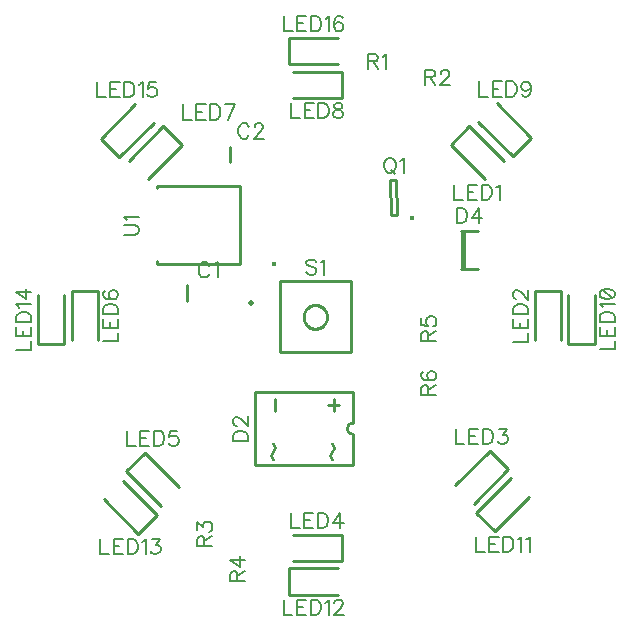
<source format=gbr>
G04 DipTrace 3.3.0.1*
G04 TopSilk.gbr*
%MOMM*%
G04 #@! TF.FileFunction,Legend,Top*
G04 #@! TF.Part,Single*
%ADD10C,0.25*%
%ADD19O,0.39123X0.39172*%
%ADD21C,0.39165*%
%ADD23O,0.5004X0.49978*%
%ADD44C,0.19608*%
%FSLAX35Y35*%
G04*
G71*
G90*
G75*
G01*
G04 TopSilk*
%LPD*%
X153617Y-692243D2*
D10*
X153534Y-792112D1*
X203647Y-742124D2*
X103587Y-742017D1*
X-346351Y-691814D2*
X-346434Y-791791D1*
X-355341Y-1074273D2*
G02X-355424Y-1140425I-19456J-33051D01*
G01*
X319274Y-1252283D2*
X-512757Y-1251748D1*
X-512340Y-631657D1*
X319690Y-632192D1*
X319440Y-892196D1*
X-355424Y-1140425D2*
G03X-355424Y-1206362I24731J-32969D01*
G01*
X144626Y-1074594D2*
G02X144626Y-1140746I-19330J-33076D01*
G01*
G03X144543Y-1206790I24693J-33053D01*
G01*
X319440Y-992172D2*
X319274Y-1252283D1*
X319440Y-892196D2*
G03X319440Y-992172I-951J-49988D01*
G01*
X-2347625Y-222253D2*
X-2125375D1*
Y190509D1*
X-2347625Y-222253D2*
Y190509D1*
X-1817787Y1514370D2*
X-1660630Y1357213D1*
X-1368767Y1649076D1*
X-1817787Y1514370D2*
X-1525924Y1806233D1*
X-222253Y2363502D2*
Y2141252D1*
X190509D1*
X-222253Y2363502D2*
X190509D1*
X1671523Y1362193D2*
X1828680Y1519350D1*
X1536817Y1811213D1*
X1671523Y1362193D2*
X1379660Y1654056D1*
X2141242Y-222258D2*
X2363489D1*
X2363512Y190514D1*
X2141242Y-222258D2*
X2141264Y190514D1*
X1362193Y-1655650D2*
X1519350Y-1812807D1*
X1811213Y-1520944D1*
X1362193Y-1655650D2*
X1654056Y-1363787D1*
X-222253Y-2125375D2*
Y-2347625D1*
X190509D1*
X-222253Y-2125375D2*
X190509D1*
X-1498497Y-1833660D2*
X-1341340Y-1676503D1*
X-1633203Y-1384640D1*
X-1498497Y-1833660D2*
X-1790360Y-1541797D1*
X-1841502Y222253D2*
X-2063752D1*
Y-190509D1*
X-1841502Y222253D2*
Y-190509D1*
X-1129520Y1459703D2*
X-1286677Y1616860D1*
X-1578540Y1324997D1*
X-1129520Y1459703D2*
X-1421383Y1167840D1*
X222253Y1857375D2*
Y2079625D1*
X-190509D1*
X222253Y1857375D2*
X-190509D1*
X1302550Y1616863D2*
X1145393Y1459706D1*
X1437256Y1167843D1*
X1302550Y1616863D2*
X1594413Y1325000D1*
X2079625Y222253D2*
X1857375D1*
Y-190509D1*
X2079625Y222253D2*
Y-190509D1*
X1632737Y-1286674D2*
X1475580Y-1129517D1*
X1183717Y-1421380D1*
X1632737Y-1286674D2*
X1340874Y-1578537D1*
X222253Y-2063752D2*
Y-1841502D1*
X-190509D1*
X222253Y-2063752D2*
X-190509D1*
X-1443830Y-1145397D2*
X-1600987Y-1302554D1*
X-1309124Y-1594417D1*
X-1443830Y-1145397D2*
X-1151967Y-1437260D1*
D19*
X816451Y842984D3*
X688734Y864377D2*
D10*
X684075Y1164322D1*
X634092Y1163538D1*
X638751Y863593D1*
X688734Y864377D1*
X-640574Y453833D2*
X-639570Y1113866D1*
X-1340642Y454851D2*
X-640574Y453833D1*
X-1340642Y454851D2*
X-1340419Y474941D1*
X-1339526Y1114952D2*
X-639570Y1113866D1*
X-1339526Y1114952D2*
X-1339638Y1094930D1*
D21*
X-348619Y455835D3*
X-1089200Y141403D2*
D10*
Y271303D1*
X-724113Y1316030D2*
Y1445930D1*
X1235953Y731580D2*
X1376313D1*
X1235953Y411300D2*
X1376313D1*
X1256369D2*
Y731580D1*
X1237171Y411300D2*
Y731580D1*
X-301000Y303973D2*
X299000D1*
Y-296000D1*
X-301000D1*
Y303973D1*
X-100960Y3987D2*
X-100717Y10963D1*
X-99987Y17906D1*
X-98776Y24781D1*
X-97088Y31555D1*
X-94932Y38194D1*
X-92318Y44667D1*
X-89259Y50941D1*
X-85771Y56987D1*
X-81869Y62774D1*
X-77574Y68275D1*
X-72905Y73463D1*
X-67886Y78313D1*
X-62542Y82800D1*
X-56897Y86903D1*
X-50980Y90603D1*
X-44820Y93880D1*
X-38446Y96719D1*
X-31889Y99107D1*
X-25183Y101031D1*
X-18358Y102483D1*
X-11449Y103454D1*
X-4489Y103941D1*
X2489D1*
X9449Y103454D1*
X16358Y102483D1*
X23183Y101031D1*
X29889Y99107D1*
X36446Y96719D1*
X42820Y93880D1*
X48980Y90603D1*
X54897Y86903D1*
X60542Y82800D1*
X65886Y78313D1*
X70905Y73463D1*
X75574Y68275D1*
X79869Y62774D1*
X83771Y56987D1*
X87259Y50941D1*
X90318Y44667D1*
X92932Y38194D1*
X95088Y31555D1*
X96776Y24781D1*
X97987Y17906D1*
X98717Y10963D1*
X98960Y3987D1*
X98717Y-2990D1*
X97987Y-9933D1*
X96776Y-16808D1*
X95088Y-23581D1*
X92932Y-30221D1*
X90318Y-36693D1*
X87259Y-42968D1*
X83771Y-49014D1*
X79869Y-54801D1*
X75574Y-60302D1*
X70905Y-65490D1*
X65886Y-70339D1*
X60542Y-74827D1*
X54897Y-78930D1*
X48980Y-82629D1*
X42820Y-85907D1*
X36446Y-88746D1*
X29889Y-91134D1*
X23183Y-93058D1*
X16358Y-94509D1*
X9449Y-95481D1*
X2489Y-95968D1*
X-4489D1*
X-11449Y-95481D1*
X-18358Y-94509D1*
X-25183Y-93058D1*
X-31889Y-91134D1*
X-38446Y-88746D1*
X-44820Y-85907D1*
X-50980Y-82629D1*
X-56897Y-78930D1*
X-62542Y-74827D1*
X-67886Y-70339D1*
X-72905Y-65490D1*
X-77574Y-60302D1*
X-81869Y-54801D1*
X-85771Y-49014D1*
X-89259Y-42968D1*
X-92318Y-36693D1*
X-94932Y-30221D1*
X-97088Y-23581D1*
X-98776Y-16808D1*
X-99987Y-9933D1*
X-100717Y-2990D1*
X-100960Y3987D1*
D23*
X-545980Y119032D3*
X-698743Y-1046651D2*
D44*
X-571134D1*
X-571133Y-1004114D1*
X-577310Y-985864D1*
X-589383Y-973651D1*
X-601597Y-967614D1*
X-619707Y-961578D1*
X-650170D1*
X-668420Y-967614D1*
X-680493Y-973651D1*
X-692707Y-985864D1*
X-698743Y-1004114D1*
Y-1046651D1*
X-668280Y-916185D2*
X-674316D1*
X-686530Y-910148D1*
X-692566Y-904112D1*
X-698603Y-891899D1*
Y-867612D1*
X-692566Y-855539D1*
X-686530Y-849502D1*
X-674316Y-843325D1*
X-662243Y-843326D1*
X-650030Y-849502D1*
X-631920Y-861576D1*
X-571134Y-922362D1*
Y-837289D1*
X-2533612Y-272759D2*
X-2406002D1*
Y-199899D1*
X-2533611Y-81787D2*
Y-160683D1*
X-2406002Y-160684D1*
Y-81788D1*
X-2472825Y-160684D2*
Y-112111D1*
X-2533611Y-42572D2*
X-2406002D1*
Y-35D1*
X-2412179Y18215D1*
X-2424252Y30428D1*
X-2436465Y36465D1*
X-2454575Y42501D1*
X-2485038D1*
X-2503288Y36465D1*
X-2515361Y30428D1*
X-2527575Y18215D1*
X-2533611Y-35D1*
Y-42572D1*
X-2509185Y81717D2*
X-2515361Y93930D1*
X-2533471Y112180D1*
X-2406002D1*
Y212183D2*
X-2533471D1*
X-2448538Y151396D1*
Y242506D1*
X-1847891Y1992220D2*
Y1864610D1*
X-1775031D1*
X-1656919Y1992220D2*
X-1735815D1*
Y1864610D1*
X-1656919D1*
X-1735815Y1931433D2*
X-1687242D1*
X-1617704Y1992220D2*
Y1864610D1*
X-1575167D1*
X-1556917Y1870787D1*
X-1544704Y1882860D1*
X-1538667Y1895074D1*
X-1532631Y1913183D1*
Y1943647D1*
X-1538667Y1961897D1*
X-1544704Y1973970D1*
X-1556917Y1986183D1*
X-1575167Y1992220D1*
X-1617704D1*
X-1493415Y1967793D2*
X-1481201Y1973970D1*
X-1462951Y1992080D1*
Y1864610D1*
X-1350876Y1992080D2*
X-1411522D1*
X-1417559Y1937470D1*
X-1411522Y1943506D1*
X-1393272Y1949683D1*
X-1375163D1*
X-1356913Y1943506D1*
X-1344699Y1931433D1*
X-1338663Y1913183D1*
Y1901110D1*
X-1344699Y1882860D1*
X-1356913Y1870647D1*
X-1375163Y1864610D1*
X-1393272D1*
X-1411522Y1870647D1*
X-1417559Y1876824D1*
X-1423736Y1888897D1*
X-266652Y2549488D2*
Y2421879D1*
X-193793D1*
X-75681Y2549488D2*
X-154577D1*
Y2421879D1*
X-75681D1*
X-154577Y2488702D2*
X-106004D1*
X-36465Y2549488D2*
Y2421879D1*
X6071D1*
X24321Y2428056D1*
X36535Y2440129D1*
X42571Y2452342D1*
X48608Y2470452D1*
Y2500915D1*
X42571Y2519165D1*
X36535Y2531238D1*
X24321Y2543452D1*
X6071Y2549488D1*
X-36465D1*
X87824Y2525061D2*
X100037Y2531238D1*
X118287Y2549348D1*
Y2421879D1*
X230362Y2531238D2*
X224326Y2543311D1*
X206076Y2549348D1*
X194003D1*
X175753Y2543311D1*
X163539Y2525061D1*
X157503Y2494738D1*
Y2464415D1*
X163539Y2440129D1*
X175753Y2427915D1*
X194003Y2421879D1*
X200039D1*
X218149Y2427915D1*
X230362Y2440129D1*
X236399Y2458379D1*
Y2464415D1*
X230362Y2482665D1*
X218149Y2494738D1*
X200039Y2500775D1*
X194003D1*
X175753Y2494738D1*
X163539Y2482665D1*
X157503Y2464415D1*
X1387414Y1997200D2*
Y1869590D1*
X1460273D1*
X1578385Y1997200D2*
X1499489D1*
Y1869590D1*
X1578385D1*
X1499489Y1936413D2*
X1548062D1*
X1617601Y1997200D2*
Y1869590D1*
X1660137D1*
X1678387Y1875767D1*
X1690601Y1887840D1*
X1696637Y1900054D1*
X1702674Y1918163D1*
Y1948627D1*
X1696637Y1966877D1*
X1690601Y1978950D1*
X1678387Y1991163D1*
X1660137Y1997200D1*
X1617601D1*
X1820926Y1954663D2*
X1814749Y1936413D1*
X1802676Y1924200D1*
X1784426Y1918163D1*
X1778390D1*
X1760140Y1924200D1*
X1748067Y1936413D1*
X1741890Y1954663D1*
Y1960700D1*
X1748067Y1978950D1*
X1760140Y1991023D1*
X1778390Y1997060D1*
X1784426D1*
X1802676Y1991023D1*
X1814749Y1978950D1*
X1820926Y1954663D1*
Y1924200D1*
X1814749Y1893877D1*
X1802676Y1875627D1*
X1784426Y1869590D1*
X1772353D1*
X1754103Y1875627D1*
X1748067Y1887840D1*
X2406587Y-269740D2*
X2534196D1*
X2534197Y-196881D1*
X2406587Y-78769D2*
Y-157665D1*
X2534196D1*
Y-78769D1*
X2467373Y-157665D2*
Y-109092D1*
X2406587Y-39553D2*
X2534196Y-39554D1*
Y2983D1*
X2528019Y21233D1*
X2515946Y33446D1*
X2503733Y39483D1*
X2485623Y45520D1*
X2455160D1*
X2436910Y39483D1*
X2424837Y33446D1*
X2412623Y21233D1*
X2406587Y2983D1*
Y-39553D1*
X2431014Y84735D2*
X2424837Y96949D1*
X2406727Y115199D1*
X2534196D1*
X2406727Y190914D2*
X2412764Y172664D1*
X2431014Y160451D1*
X2461337Y154414D1*
X2479587D1*
X2509910Y160451D1*
X2528160Y172664D1*
X2534196Y190914D1*
Y202987D1*
X2528160Y221237D1*
X2509910Y233310D1*
X2479587Y239487D1*
X2461337D1*
X2431014Y233311D1*
X2412764Y221237D1*
X2406727Y202987D1*
Y190914D1*
X2431014Y233311D2*
X2509910Y160451D1*
X1359394Y-1855882D2*
Y-1983491D1*
X1432254D1*
X1550366Y-1855882D2*
X1471469D1*
Y-1983491D1*
X1550366D1*
X1471469Y-1916668D2*
X1520042D1*
X1589581Y-1855882D2*
Y-1983491D1*
X1632118D1*
X1650368Y-1977314D1*
X1662581Y-1965241D1*
X1668618Y-1953028D1*
X1674654Y-1934918D1*
Y-1904455D1*
X1668618Y-1886205D1*
X1662581Y-1874132D1*
X1650368Y-1861918D1*
X1632118Y-1855882D1*
X1589581D1*
X1713870Y-1880309D2*
X1726083Y-1874132D1*
X1744333Y-1856022D1*
Y-1983491D1*
X1783549Y-1880309D2*
X1795763Y-1874132D1*
X1814013Y-1856022D1*
Y-1983491D1*
X-269741Y-2390700D2*
Y-2518310D1*
X-196881D1*
X-78769Y-2390700D2*
X-157665D1*
Y-2518310D1*
X-78769D1*
X-157665Y-2451487D2*
X-109092D1*
X-39554Y-2390700D2*
Y-2518310D1*
X2983D1*
X21233Y-2512133D1*
X33446Y-2500060D1*
X39483Y-2487846D1*
X45519Y-2469737D1*
Y-2439273D1*
X39483Y-2421023D1*
X33446Y-2408950D1*
X21233Y-2396737D1*
X2983Y-2390700D1*
X-39554D1*
X84735Y-2415127D2*
X96949Y-2408950D1*
X115199Y-2390840D1*
Y-2518310D1*
X160591Y-2421164D2*
Y-2415127D1*
X166628Y-2402914D1*
X172664Y-2396877D1*
X184878Y-2390840D1*
X209164D1*
X221237Y-2396877D1*
X227274Y-2402914D1*
X233451Y-2415127D1*
Y-2427200D1*
X227274Y-2439414D1*
X215201Y-2457523D1*
X154414Y-2518310D1*
X239487D1*
X-1820464Y-1876735D2*
Y-2004345D1*
X-1747604D1*
X-1629493Y-1876735D2*
X-1708389D1*
Y-2004345D1*
X-1629493D1*
X-1708389Y-1937522D2*
X-1659816D1*
X-1590277Y-1876735D2*
Y-2004345D1*
X-1547740D1*
X-1529490Y-1998168D1*
X-1517277Y-1986095D1*
X-1511240Y-1973881D1*
X-1505204Y-1955772D1*
Y-1925308D1*
X-1511240Y-1907058D1*
X-1517277Y-1894985D1*
X-1529490Y-1882772D1*
X-1547740Y-1876735D1*
X-1590277D1*
X-1465988Y-1901162D2*
X-1453775Y-1894985D1*
X-1435525Y-1876875D1*
Y-2004345D1*
X-1384096Y-1876875D2*
X-1317413D1*
X-1353772Y-1925449D1*
X-1335522D1*
X-1323449Y-1931485D1*
X-1317413Y-1937522D1*
X-1311236Y-1955772D1*
Y-1967845D1*
X-1317413Y-1986095D1*
X-1329486Y-1998308D1*
X-1347736Y-2004345D1*
X-1365986D1*
X-1384096Y-1998308D1*
X-1390132Y-1992131D1*
X-1396309Y-1980058D1*
X956655Y-657399D2*
Y-602789D1*
X950478Y-584539D1*
X944442Y-578362D1*
X932369Y-572326D1*
X920155D1*
X908082Y-578362D1*
X901905Y-584539D1*
X895869Y-602789D1*
X895868Y-657399D1*
X1023478D1*
X956655Y-614862D2*
X1023478Y-572326D1*
X914119Y-460251D2*
X902045Y-466287D1*
X896009Y-484537D1*
Y-496610D1*
X902045Y-514860D1*
X920295Y-527074D1*
X950619Y-533110D1*
X980942D1*
X1005228Y-527074D1*
X1017442Y-514860D1*
X1023478Y-496610D1*
Y-490574D1*
X1017442Y-472464D1*
X1005228Y-460251D1*
X986978Y-454214D1*
X980942D1*
X962692Y-460251D1*
X950619Y-472464D1*
X944582Y-490574D1*
Y-496610D1*
X950619Y-514860D1*
X962692Y-527074D1*
X980942Y-533110D1*
X956655Y-200161D2*
Y-145551D1*
X950478Y-127301D1*
X944442Y-121124D1*
X932369Y-115088D1*
X920155D1*
X908082Y-121124D1*
X901905Y-127301D1*
X895869Y-145551D1*
X895868Y-200161D1*
X1023478D1*
X956655Y-157624D2*
X1023478Y-115088D1*
X896009Y-3012D2*
Y-63658D1*
X950619Y-69695D1*
X944582Y-63659D1*
X938405Y-45409D1*
Y-27299D1*
X944582Y-9049D1*
X956655Y3164D1*
X974905Y9201D1*
X986978D1*
X1005228Y3164D1*
X1017442Y-9049D1*
X1023478Y-27299D1*
Y-45409D1*
X1017442Y-63659D1*
X1011265Y-69695D1*
X999192Y-75872D1*
X-1798427Y-201559D2*
X-1670817D1*
Y-128700D1*
X-1798426Y-10588D2*
Y-89484D1*
X-1670817D1*
Y-10588D1*
X-1737640Y-89484D2*
Y-40911D1*
X-1798426Y28628D2*
X-1670817D1*
Y71164D1*
X-1676994Y89414D1*
X-1689067Y101628D1*
X-1701280Y107664D1*
X-1719390Y113701D1*
X-1749853D1*
X-1768103Y107664D1*
X-1780176Y101628D1*
X-1792390Y89414D1*
X-1798426Y71164D1*
Y28628D1*
X-1780176Y225776D2*
X-1792250Y219740D1*
X-1798286Y201490D1*
Y189417D1*
X-1792250Y171167D1*
X-1774000Y158953D1*
X-1743676Y152917D1*
X-1713353D1*
X-1689067Y158953D1*
X-1676853Y171167D1*
X-1670817Y189417D1*
Y195453D1*
X-1676853Y213563D1*
X-1689067Y225776D1*
X-1707317Y231813D1*
X-1713353D1*
X-1731603Y225776D1*
X-1743677Y213563D1*
X-1749713Y195453D1*
Y189417D1*
X-1743676Y171167D1*
X-1731603Y158953D1*
X-1713353Y152917D1*
X-1119716Y1802847D2*
Y1675237D1*
X-1046856D1*
X-928745Y1802847D2*
X-1007641D1*
Y1675237D1*
X-928745D1*
X-1007641Y1742060D2*
X-959068D1*
X-889529Y1802847D2*
Y1675237D1*
X-846992D1*
X-828742Y1681414D1*
X-816529Y1693487D1*
X-810492Y1705700D1*
X-804456Y1723810D1*
Y1754274D1*
X-810492Y1772524D1*
X-816529Y1784597D1*
X-828742Y1796810D1*
X-846992Y1802847D1*
X-889529D1*
X-740954Y1675237D2*
X-680167Y1802706D1*
X-765240D1*
X-204578Y1814300D2*
Y1686690D1*
X-131718D1*
X-13606Y1814300D2*
X-92502D1*
Y1686690D1*
X-13606D1*
X-92502Y1753513D2*
X-43929D1*
X25610Y1814300D2*
Y1686690D1*
X68146D1*
X86396Y1692867D1*
X98610Y1704940D1*
X104646Y1717154D1*
X110683Y1735263D1*
Y1765727D1*
X104646Y1783977D1*
X98610Y1796050D1*
X86396Y1808263D1*
X68146Y1814300D1*
X25610D1*
X180221Y1814160D2*
X162112Y1808123D1*
X155935Y1796050D1*
Y1783836D1*
X162112Y1771763D1*
X174185Y1765586D1*
X198471Y1759550D1*
X216721Y1753513D1*
X228794Y1741300D1*
X234831Y1729227D1*
Y1710977D1*
X228794Y1698904D1*
X222758Y1692727D1*
X204508Y1686690D1*
X180221D1*
X162112Y1692727D1*
X155935Y1698904D1*
X149898Y1710977D1*
Y1729227D1*
X155935Y1741300D1*
X168148Y1753513D1*
X186258Y1759550D1*
X210544Y1765586D1*
X222758Y1771763D1*
X228794Y1783836D1*
Y1796050D1*
X222758Y1808123D1*
X204508Y1814160D1*
X180221D1*
X1177434Y1124768D2*
Y997159D1*
X1250293D1*
X1368405Y1124768D2*
X1289509D1*
Y997159D1*
X1368405D1*
X1289509Y1063982D2*
X1338082D1*
X1407621Y1124768D2*
Y997159D1*
X1450157D1*
X1468407Y1003336D1*
X1480621Y1015409D1*
X1486657Y1027622D1*
X1492694Y1045732D1*
Y1076195D1*
X1486657Y1094445D1*
X1480621Y1106518D1*
X1468407Y1118732D1*
X1450157Y1124768D1*
X1407621D1*
X1531910Y1100341D2*
X1544123Y1106518D1*
X1562373Y1124628D1*
Y997159D1*
X1671388Y-204647D2*
X1798998D1*
Y-131788D1*
X1671389Y-13676D2*
Y-92572D1*
X1798998D1*
Y-13676D1*
X1732175Y-92572D2*
Y-43999D1*
X1671389Y25539D2*
X1798998D1*
Y68076D1*
X1792821Y86326D1*
X1780748Y98539D1*
X1768535Y104576D1*
X1750425Y110612D1*
X1719962D1*
X1701712Y104576D1*
X1689639Y98539D1*
X1677425Y86326D1*
X1671389Y68076D1*
Y25539D1*
X1701852Y156005D2*
X1695815D1*
X1683602Y162042D1*
X1677565Y168078D1*
X1671529Y180292D1*
Y204578D1*
X1677565Y216651D1*
X1683602Y222688D1*
X1695815Y228865D1*
X1707888D1*
X1720102Y222688D1*
X1738212Y210615D1*
X1798998Y149828D1*
Y234901D1*
X1188452Y-943530D2*
Y-1071140D1*
X1261312D1*
X1379424Y-943530D2*
X1300527D1*
Y-1071140D1*
X1379424D1*
X1300527Y-1004317D2*
X1349101D1*
X1418639Y-943530D2*
Y-1071140D1*
X1461176D1*
X1479426Y-1064963D1*
X1491639Y-1052890D1*
X1497676Y-1040676D1*
X1503712Y-1022567D1*
Y-992103D1*
X1497676Y-973853D1*
X1491639Y-961780D1*
X1479426Y-949567D1*
X1461176Y-943530D1*
X1418639D1*
X1555142Y-943670D2*
X1621824D1*
X1585465Y-992244D1*
X1603715D1*
X1615788Y-998280D1*
X1621824Y-1004317D1*
X1628001Y-1022567D1*
Y-1034640D1*
X1621824Y-1052890D1*
X1609751Y-1065103D1*
X1591501Y-1071140D1*
X1573251D1*
X1555142Y-1065103D1*
X1549105Y-1058926D1*
X1542928Y-1046853D1*
X-207666Y-1655515D2*
Y-1783125D1*
X-134806D1*
X-16695Y-1655515D2*
X-95591D1*
Y-1783125D1*
X-16695D1*
X-95591Y-1716302D2*
X-47018D1*
X22521Y-1655515D2*
Y-1783125D1*
X65058D1*
X83308Y-1776948D1*
X95521Y-1764875D1*
X101558Y-1752661D1*
X107594Y-1734552D1*
Y-1704088D1*
X101558Y-1685838D1*
X95521Y-1673765D1*
X83308Y-1661552D1*
X65058Y-1655515D1*
X22521D1*
X207596Y-1783125D2*
Y-1655655D1*
X146810Y-1740588D1*
X237919D1*
X-1596251Y-959410D2*
Y-1087020D1*
X-1523392D1*
X-1405280Y-959410D2*
X-1484176D1*
Y-1087020D1*
X-1405280D1*
X-1484176Y-1020197D2*
X-1435603D1*
X-1366064Y-959410D2*
Y-1087020D1*
X-1323527D1*
X-1305277Y-1080843D1*
X-1293064Y-1068770D1*
X-1287027Y-1056556D1*
X-1280991Y-1038447D1*
Y-1007983D1*
X-1287027Y-989733D1*
X-1293064Y-977660D1*
X-1305277Y-965447D1*
X-1323527Y-959410D1*
X-1366064D1*
X-1168916Y-959550D2*
X-1229562D1*
X-1235598Y-1014160D1*
X-1229562Y-1008124D1*
X-1211312Y-1001947D1*
X-1193202D1*
X-1174952Y-1008124D1*
X-1162739Y-1020197D1*
X-1156702Y-1038447D1*
Y-1050520D1*
X-1162739Y-1068770D1*
X-1174952Y-1080983D1*
X-1193202Y-1087020D1*
X-1211312D1*
X-1229562Y-1080983D1*
X-1235598Y-1074806D1*
X-1241775Y-1062733D1*
X-660587Y-2235196D2*
Y-2180586D1*
X-666764Y-2162336D1*
X-672800Y-2156159D1*
X-684873Y-2150123D1*
X-697087D1*
X-709160Y-2156159D1*
X-715337Y-2162336D1*
X-721373Y-2180586D1*
Y-2235196D1*
X-593764D1*
X-660587Y-2192659D2*
X-593764Y-2150123D1*
Y-2050121D2*
X-721233Y-2050120D1*
X-636300Y-2110907D1*
Y-2019797D1*
X-939895Y-1939224D2*
Y-1884614D1*
X-946072Y-1866364D1*
X-952108Y-1860187D1*
X-964181Y-1854151D1*
X-976395D1*
X-988468Y-1860187D1*
X-994645Y-1866364D1*
X-1000681Y-1884614D1*
X-1000682Y-1939224D1*
X-873072D1*
X-939895Y-1896687D2*
X-873072Y-1854151D1*
X-1000541Y-1802722D2*
Y-1736039D1*
X-951968Y-1772399D1*
Y-1754149D1*
X-945931Y-1742076D1*
X-939895Y-1736039D1*
X-921645Y-1729862D1*
X-909572D1*
X-891322Y-1736039D1*
X-879108Y-1748112D1*
X-873072Y-1766362D1*
Y-1784612D1*
X-879108Y-1802722D1*
X-885285Y-1808759D1*
X-897358Y-1814935D1*
X446204Y2168493D2*
X500814D1*
X519064Y2174670D1*
X525240Y2180707D1*
X531277Y2192780D1*
Y2204993D1*
X525240Y2217066D1*
X519064Y2223243D1*
X500814Y2229280D1*
X446204D1*
Y2101670D1*
X488740Y2168493D2*
X531277Y2101670D1*
X570493Y2204853D2*
X582706Y2211030D1*
X600956Y2229140D1*
Y2101670D1*
X930789Y2033757D2*
X985399D1*
X1003649Y2039934D1*
X1009826Y2045970D1*
X1015862Y2058043D1*
Y2070257D1*
X1009826Y2082330D1*
X1003649Y2088507D1*
X985399Y2094543D1*
X930789D1*
Y1966934D1*
X973326Y2033757D2*
X1015862Y1966934D1*
X1061255Y2064080D2*
Y2070116D1*
X1067291Y2082330D1*
X1073328Y2088366D1*
X1085541Y2094403D1*
X1109828D1*
X1121901Y2088366D1*
X1127937Y2082330D1*
X1134114Y2070116D1*
Y2058043D1*
X1127937Y2045830D1*
X1115864Y2027720D1*
X1055078Y1966934D1*
X1140151D1*
X617737Y1350308D2*
X605664Y1344412D1*
X593451Y1332199D1*
X587414Y1319985D1*
X581237Y1301735D1*
Y1271412D1*
X587414Y1253162D1*
X593451Y1241089D1*
X605664Y1228876D1*
X617737Y1222839D1*
X642024D1*
X654237Y1228876D1*
X666310Y1241089D1*
X672347Y1253162D1*
X678524Y1271412D1*
Y1301735D1*
X672347Y1319985D1*
X666310Y1332199D1*
X654237Y1344412D1*
X642024Y1350308D1*
X617737D1*
X635987Y1247126D2*
X672347Y1210626D1*
X717739Y1325881D2*
X729953Y1332058D1*
X748203Y1350168D1*
Y1222699D1*
X-1623928Y698228D2*
X-1532819D1*
X-1514569Y704264D1*
X-1502495Y716478D1*
X-1496319Y734727D1*
X-1496318Y746800D1*
X-1502495Y765050D1*
X-1514569Y777264D1*
X-1532818Y783300D1*
X-1623928Y783301D1*
X-1599501Y822516D2*
X-1605678Y834730D1*
X-1623788Y852980D1*
X-1496319Y852979D1*
X-898458Y437017D2*
X-904495Y449090D1*
X-916708Y461303D1*
X-928781Y467340D1*
X-953068D1*
X-965281Y461303D1*
X-977354Y449090D1*
X-983531Y437017D1*
X-989568Y418767D1*
Y388303D1*
X-983531Y370194D1*
X-977354Y357980D1*
X-965281Y345907D1*
X-953068Y339730D1*
X-928781D1*
X-916708Y345907D1*
X-904495Y357980D1*
X-898458Y370194D1*
X-859242Y442913D2*
X-847029Y449090D1*
X-828779Y467200D1*
Y339730D1*
X-560676Y1611644D2*
X-566713Y1623717D1*
X-578926Y1635930D1*
X-590999Y1641967D1*
X-615286D1*
X-627499Y1635930D1*
X-639572Y1623717D1*
X-645749Y1611644D1*
X-651786Y1593394D1*
Y1562930D1*
X-645749Y1544820D1*
X-639572Y1532607D1*
X-627499Y1520534D1*
X-615286Y1514357D1*
X-590999D1*
X-578926Y1520534D1*
X-566713Y1532607D1*
X-560676Y1544820D1*
X-515284Y1611503D2*
Y1617540D1*
X-509247Y1629753D1*
X-503211Y1635790D1*
X-490997Y1641826D1*
X-466711D1*
X-454637Y1635790D1*
X-448601Y1629753D1*
X-442424Y1617540D1*
Y1605467D1*
X-448601Y1593253D1*
X-460674Y1575144D1*
X-521461Y1514357D1*
X-436387D1*
X1198434Y927427D2*
Y799817D1*
X1240971D1*
X1259221Y805994D1*
X1271434Y818067D1*
X1277471Y830280D1*
X1283507Y848390D1*
Y878854D1*
X1277471Y897104D1*
X1271434Y909177D1*
X1259221Y921390D1*
X1240971Y927427D1*
X1198434D1*
X1383509Y799817D2*
Y927286D1*
X1322723Y842354D1*
X1413833D1*
X6697Y471710D2*
X-5376Y483923D1*
X-23626Y489960D1*
X-47913D1*
X-66163Y483923D1*
X-78376Y471710D1*
Y459637D1*
X-72199Y447423D1*
X-66163Y441387D1*
X-54090Y435350D1*
X-17590Y423137D1*
X-5376Y417100D1*
X660Y410923D1*
X6697Y398850D1*
Y380600D1*
X-5376Y368527D1*
X-23626Y362350D1*
X-47913D1*
X-66163Y368527D1*
X-78376Y380600D1*
X45913Y465533D2*
X58126Y471710D1*
X76376Y489820D1*
Y362350D1*
M02*

</source>
